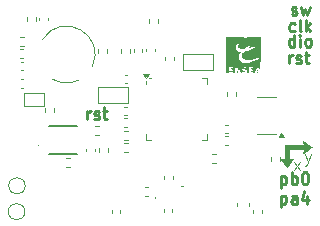
<source format=gbr>
%TF.GenerationSoftware,KiCad,Pcbnew,8.0.0*%
%TF.CreationDate,2024-06-09T10:51:48+02:00*%
%TF.ProjectId,projet s6,70726f6a-6574-4207-9336-2e6b69636164,rev?*%
%TF.SameCoordinates,Original*%
%TF.FileFunction,Legend,Top*%
%TF.FilePolarity,Positive*%
%FSLAX46Y46*%
G04 Gerber Fmt 4.6, Leading zero omitted, Abs format (unit mm)*
G04 Created by KiCad (PCBNEW 8.0.0) date 2024-06-09 10:51:48*
%MOMM*%
%LPD*%
G01*
G04 APERTURE LIST*
%ADD10C,0.250000*%
%ADD11C,0.100000*%
%ADD12C,0.120000*%
%ADD13C,0.000000*%
%ADD14C,0.152400*%
%ADD15C,0.050000*%
G04 APERTURE END LIST*
D10*
X204952568Y-81517952D02*
X204952568Y-82517952D01*
X204952568Y-81565571D02*
X205047806Y-81517952D01*
X205047806Y-81517952D02*
X205238282Y-81517952D01*
X205238282Y-81517952D02*
X205333520Y-81565571D01*
X205333520Y-81565571D02*
X205381139Y-81613190D01*
X205381139Y-81613190D02*
X205428758Y-81708428D01*
X205428758Y-81708428D02*
X205428758Y-81994142D01*
X205428758Y-81994142D02*
X205381139Y-82089380D01*
X205381139Y-82089380D02*
X205333520Y-82137000D01*
X205333520Y-82137000D02*
X205238282Y-82184619D01*
X205238282Y-82184619D02*
X205047806Y-82184619D01*
X205047806Y-82184619D02*
X204952568Y-82137000D01*
X206285901Y-82184619D02*
X206285901Y-81660809D01*
X206285901Y-81660809D02*
X206238282Y-81565571D01*
X206238282Y-81565571D02*
X206143044Y-81517952D01*
X206143044Y-81517952D02*
X205952568Y-81517952D01*
X205952568Y-81517952D02*
X205857330Y-81565571D01*
X206285901Y-82137000D02*
X206190663Y-82184619D01*
X206190663Y-82184619D02*
X205952568Y-82184619D01*
X205952568Y-82184619D02*
X205857330Y-82137000D01*
X205857330Y-82137000D02*
X205809711Y-82041761D01*
X205809711Y-82041761D02*
X205809711Y-81946523D01*
X205809711Y-81946523D02*
X205857330Y-81851285D01*
X205857330Y-81851285D02*
X205952568Y-81803666D01*
X205952568Y-81803666D02*
X206190663Y-81803666D01*
X206190663Y-81803666D02*
X206285901Y-81756047D01*
X207190663Y-81517952D02*
X207190663Y-82184619D01*
X206952568Y-81137000D02*
X206714473Y-81851285D01*
X206714473Y-81851285D02*
X207333520Y-81851285D01*
X205874949Y-66167000D02*
X205970187Y-66214619D01*
X205970187Y-66214619D02*
X206160663Y-66214619D01*
X206160663Y-66214619D02*
X206255901Y-66167000D01*
X206255901Y-66167000D02*
X206303520Y-66071761D01*
X206303520Y-66071761D02*
X206303520Y-66024142D01*
X206303520Y-66024142D02*
X206255901Y-65928904D01*
X206255901Y-65928904D02*
X206160663Y-65881285D01*
X206160663Y-65881285D02*
X206017806Y-65881285D01*
X206017806Y-65881285D02*
X205922568Y-65833666D01*
X205922568Y-65833666D02*
X205874949Y-65738428D01*
X205874949Y-65738428D02*
X205874949Y-65690809D01*
X205874949Y-65690809D02*
X205922568Y-65595571D01*
X205922568Y-65595571D02*
X206017806Y-65547952D01*
X206017806Y-65547952D02*
X206160663Y-65547952D01*
X206160663Y-65547952D02*
X206255901Y-65595571D01*
X206636854Y-65547952D02*
X206827330Y-66214619D01*
X206827330Y-66214619D02*
X207017806Y-65738428D01*
X207017806Y-65738428D02*
X207208282Y-66214619D01*
X207208282Y-66214619D02*
X207398758Y-65547952D01*
X204952568Y-79877952D02*
X204952568Y-80877952D01*
X204952568Y-79925571D02*
X205047806Y-79877952D01*
X205047806Y-79877952D02*
X205238282Y-79877952D01*
X205238282Y-79877952D02*
X205333520Y-79925571D01*
X205333520Y-79925571D02*
X205381139Y-79973190D01*
X205381139Y-79973190D02*
X205428758Y-80068428D01*
X205428758Y-80068428D02*
X205428758Y-80354142D01*
X205428758Y-80354142D02*
X205381139Y-80449380D01*
X205381139Y-80449380D02*
X205333520Y-80497000D01*
X205333520Y-80497000D02*
X205238282Y-80544619D01*
X205238282Y-80544619D02*
X205047806Y-80544619D01*
X205047806Y-80544619D02*
X204952568Y-80497000D01*
X205857330Y-80544619D02*
X205857330Y-79544619D01*
X205857330Y-79925571D02*
X205952568Y-79877952D01*
X205952568Y-79877952D02*
X206143044Y-79877952D01*
X206143044Y-79877952D02*
X206238282Y-79925571D01*
X206238282Y-79925571D02*
X206285901Y-79973190D01*
X206285901Y-79973190D02*
X206333520Y-80068428D01*
X206333520Y-80068428D02*
X206333520Y-80354142D01*
X206333520Y-80354142D02*
X206285901Y-80449380D01*
X206285901Y-80449380D02*
X206238282Y-80497000D01*
X206238282Y-80497000D02*
X206143044Y-80544619D01*
X206143044Y-80544619D02*
X205952568Y-80544619D01*
X205952568Y-80544619D02*
X205857330Y-80497000D01*
X206952568Y-79544619D02*
X207047806Y-79544619D01*
X207047806Y-79544619D02*
X207143044Y-79592238D01*
X207143044Y-79592238D02*
X207190663Y-79639857D01*
X207190663Y-79639857D02*
X207238282Y-79735095D01*
X207238282Y-79735095D02*
X207285901Y-79925571D01*
X207285901Y-79925571D02*
X207285901Y-80163666D01*
X207285901Y-80163666D02*
X207238282Y-80354142D01*
X207238282Y-80354142D02*
X207190663Y-80449380D01*
X207190663Y-80449380D02*
X207143044Y-80497000D01*
X207143044Y-80497000D02*
X207047806Y-80544619D01*
X207047806Y-80544619D02*
X206952568Y-80544619D01*
X206952568Y-80544619D02*
X206857330Y-80497000D01*
X206857330Y-80497000D02*
X206809711Y-80449380D01*
X206809711Y-80449380D02*
X206762092Y-80354142D01*
X206762092Y-80354142D02*
X206714473Y-80163666D01*
X206714473Y-80163666D02*
X206714473Y-79925571D01*
X206714473Y-79925571D02*
X206762092Y-79735095D01*
X206762092Y-79735095D02*
X206809711Y-79639857D01*
X206809711Y-79639857D02*
X206857330Y-79592238D01*
X206857330Y-79592238D02*
X206952568Y-79544619D01*
D11*
X206068646Y-79332419D02*
X206592455Y-78665752D01*
X206068646Y-78665752D02*
X206592455Y-79332419D01*
X207038646Y-77995752D02*
X207276741Y-78662419D01*
X207514836Y-77995752D02*
X207276741Y-78662419D01*
X207276741Y-78662419D02*
X207181503Y-78900514D01*
X207181503Y-78900514D02*
X207133884Y-78948133D01*
X207133884Y-78948133D02*
X207038646Y-78995752D01*
D10*
X188572568Y-75044619D02*
X188572568Y-74377952D01*
X188572568Y-74568428D02*
X188620187Y-74473190D01*
X188620187Y-74473190D02*
X188667806Y-74425571D01*
X188667806Y-74425571D02*
X188763044Y-74377952D01*
X188763044Y-74377952D02*
X188858282Y-74377952D01*
X189143997Y-74997000D02*
X189239235Y-75044619D01*
X189239235Y-75044619D02*
X189429711Y-75044619D01*
X189429711Y-75044619D02*
X189524949Y-74997000D01*
X189524949Y-74997000D02*
X189572568Y-74901761D01*
X189572568Y-74901761D02*
X189572568Y-74854142D01*
X189572568Y-74854142D02*
X189524949Y-74758904D01*
X189524949Y-74758904D02*
X189429711Y-74711285D01*
X189429711Y-74711285D02*
X189286854Y-74711285D01*
X189286854Y-74711285D02*
X189191616Y-74663666D01*
X189191616Y-74663666D02*
X189143997Y-74568428D01*
X189143997Y-74568428D02*
X189143997Y-74520809D01*
X189143997Y-74520809D02*
X189191616Y-74425571D01*
X189191616Y-74425571D02*
X189286854Y-74377952D01*
X189286854Y-74377952D02*
X189429711Y-74377952D01*
X189429711Y-74377952D02*
X189524949Y-74425571D01*
X189858283Y-74377952D02*
X190239235Y-74377952D01*
X190001140Y-74044619D02*
X190001140Y-74901761D01*
X190001140Y-74901761D02*
X190048759Y-74997000D01*
X190048759Y-74997000D02*
X190143997Y-75044619D01*
X190143997Y-75044619D02*
X190239235Y-75044619D01*
X206091139Y-68894619D02*
X206091139Y-67894619D01*
X206091139Y-68847000D02*
X205995901Y-68894619D01*
X205995901Y-68894619D02*
X205805425Y-68894619D01*
X205805425Y-68894619D02*
X205710187Y-68847000D01*
X205710187Y-68847000D02*
X205662568Y-68799380D01*
X205662568Y-68799380D02*
X205614949Y-68704142D01*
X205614949Y-68704142D02*
X205614949Y-68418428D01*
X205614949Y-68418428D02*
X205662568Y-68323190D01*
X205662568Y-68323190D02*
X205710187Y-68275571D01*
X205710187Y-68275571D02*
X205805425Y-68227952D01*
X205805425Y-68227952D02*
X205995901Y-68227952D01*
X205995901Y-68227952D02*
X206091139Y-68275571D01*
X206567330Y-68894619D02*
X206567330Y-68227952D01*
X206567330Y-67894619D02*
X206519711Y-67942238D01*
X206519711Y-67942238D02*
X206567330Y-67989857D01*
X206567330Y-67989857D02*
X206614949Y-67942238D01*
X206614949Y-67942238D02*
X206567330Y-67894619D01*
X206567330Y-67894619D02*
X206567330Y-67989857D01*
X207186377Y-68894619D02*
X207091139Y-68847000D01*
X207091139Y-68847000D02*
X207043520Y-68799380D01*
X207043520Y-68799380D02*
X206995901Y-68704142D01*
X206995901Y-68704142D02*
X206995901Y-68418428D01*
X206995901Y-68418428D02*
X207043520Y-68323190D01*
X207043520Y-68323190D02*
X207091139Y-68275571D01*
X207091139Y-68275571D02*
X207186377Y-68227952D01*
X207186377Y-68227952D02*
X207329234Y-68227952D01*
X207329234Y-68227952D02*
X207424472Y-68275571D01*
X207424472Y-68275571D02*
X207472091Y-68323190D01*
X207472091Y-68323190D02*
X207519710Y-68418428D01*
X207519710Y-68418428D02*
X207519710Y-68704142D01*
X207519710Y-68704142D02*
X207472091Y-68799380D01*
X207472091Y-68799380D02*
X207424472Y-68847000D01*
X207424472Y-68847000D02*
X207329234Y-68894619D01*
X207329234Y-68894619D02*
X207186377Y-68894619D01*
X205672568Y-70314619D02*
X205672568Y-69647952D01*
X205672568Y-69838428D02*
X205720187Y-69743190D01*
X205720187Y-69743190D02*
X205767806Y-69695571D01*
X205767806Y-69695571D02*
X205863044Y-69647952D01*
X205863044Y-69647952D02*
X205958282Y-69647952D01*
X206243997Y-70267000D02*
X206339235Y-70314619D01*
X206339235Y-70314619D02*
X206529711Y-70314619D01*
X206529711Y-70314619D02*
X206624949Y-70267000D01*
X206624949Y-70267000D02*
X206672568Y-70171761D01*
X206672568Y-70171761D02*
X206672568Y-70124142D01*
X206672568Y-70124142D02*
X206624949Y-70028904D01*
X206624949Y-70028904D02*
X206529711Y-69981285D01*
X206529711Y-69981285D02*
X206386854Y-69981285D01*
X206386854Y-69981285D02*
X206291616Y-69933666D01*
X206291616Y-69933666D02*
X206243997Y-69838428D01*
X206243997Y-69838428D02*
X206243997Y-69790809D01*
X206243997Y-69790809D02*
X206291616Y-69695571D01*
X206291616Y-69695571D02*
X206386854Y-69647952D01*
X206386854Y-69647952D02*
X206529711Y-69647952D01*
X206529711Y-69647952D02*
X206624949Y-69695571D01*
X206958283Y-69647952D02*
X207339235Y-69647952D01*
X207101140Y-69314619D02*
X207101140Y-70171761D01*
X207101140Y-70171761D02*
X207148759Y-70267000D01*
X207148759Y-70267000D02*
X207243997Y-70314619D01*
X207243997Y-70314619D02*
X207339235Y-70314619D01*
X206121139Y-67557000D02*
X206025901Y-67604619D01*
X206025901Y-67604619D02*
X205835425Y-67604619D01*
X205835425Y-67604619D02*
X205740187Y-67557000D01*
X205740187Y-67557000D02*
X205692568Y-67509380D01*
X205692568Y-67509380D02*
X205644949Y-67414142D01*
X205644949Y-67414142D02*
X205644949Y-67128428D01*
X205644949Y-67128428D02*
X205692568Y-67033190D01*
X205692568Y-67033190D02*
X205740187Y-66985571D01*
X205740187Y-66985571D02*
X205835425Y-66937952D01*
X205835425Y-66937952D02*
X206025901Y-66937952D01*
X206025901Y-66937952D02*
X206121139Y-66985571D01*
X206692568Y-67604619D02*
X206597330Y-67557000D01*
X206597330Y-67557000D02*
X206549711Y-67461761D01*
X206549711Y-67461761D02*
X206549711Y-66604619D01*
X207073521Y-67604619D02*
X207073521Y-66604619D01*
X207168759Y-67223666D02*
X207454473Y-67604619D01*
X207454473Y-66937952D02*
X207073521Y-67318904D01*
D11*
%TO.C,U3*%
X194255000Y-81667500D02*
X194255000Y-81727500D01*
D12*
%TO.C,C14*%
X190620000Y-82754165D02*
X190620000Y-82985835D01*
X191340000Y-82754165D02*
X191340000Y-82985835D01*
%TO.C,R9*%
X195020000Y-80147621D02*
X195020000Y-79812379D01*
X195780000Y-80147621D02*
X195780000Y-79812379D01*
%TO.C,R1*%
X189587621Y-75620000D02*
X189252379Y-75620000D01*
X189587621Y-76380000D02*
X189252379Y-76380000D01*
%TO.C,U1*%
X193520000Y-72025000D02*
X193520000Y-71790000D01*
X193520000Y-76770000D02*
X193520000Y-76295000D01*
X193995000Y-71550000D02*
X193820000Y-71550000D01*
X193995000Y-76770000D02*
X193520000Y-76770000D01*
X198265000Y-71550000D02*
X198740000Y-71550000D01*
X198265000Y-76770000D02*
X198740000Y-76770000D01*
X198740000Y-71550000D02*
X198740000Y-72025000D01*
X198740000Y-76770000D02*
X198740000Y-76295000D01*
X193520000Y-71550000D02*
X193280000Y-71220000D01*
X193760000Y-71220000D01*
X193520000Y-71550000D01*
G36*
X193520000Y-71550000D02*
G01*
X193280000Y-71220000D01*
X193760000Y-71220000D01*
X193520000Y-71550000D01*
G37*
%TO.C,TP5*%
X183310000Y-80680000D02*
G75*
G02*
X181910000Y-80680000I-700000J0D01*
G01*
X181910000Y-80680000D02*
G75*
G02*
X183310000Y-80680000I700000J0D01*
G01*
%TO.C,C3*%
X200465835Y-75530000D02*
X200234165Y-75530000D01*
X200465835Y-76250000D02*
X200234165Y-76250000D01*
%TO.C,R4*%
X204130000Y-78242379D02*
X204130000Y-78577621D01*
X204890000Y-78242379D02*
X204890000Y-78577621D01*
%TO.C,R15*%
X193800000Y-66887621D02*
X193800000Y-66552379D01*
X194560000Y-66887621D02*
X194560000Y-66552379D01*
%TO.C,R7*%
X192000121Y-77070000D02*
X191664879Y-77070000D01*
X192000121Y-77830000D02*
X191664879Y-77830000D01*
%TO.C,C15*%
X193705835Y-80800000D02*
X193474165Y-80800000D01*
X193705835Y-81520000D02*
X193474165Y-81520000D01*
%TO.C,U4*%
X203700000Y-73170000D02*
X202900000Y-73170000D01*
X203700000Y-73170000D02*
X204500000Y-73170000D01*
X203700000Y-76290000D02*
X202900000Y-76290000D01*
X203700000Y-76290000D02*
X204500000Y-76290000D01*
X205240000Y-76570000D02*
X204760000Y-76570000D01*
X205000000Y-76240000D01*
X205240000Y-76570000D01*
G36*
X205240000Y-76570000D02*
G01*
X204760000Y-76570000D01*
X205000000Y-76240000D01*
X205240000Y-76570000D01*
G37*
D11*
%TO.C,IC1*%
X196540000Y-80710000D02*
X196540000Y-80710000D01*
X196640000Y-80710000D02*
X196640000Y-80710000D01*
X196540000Y-80710000D02*
G75*
G02*
X196640000Y-80710000I50000J0D01*
G01*
X196640000Y-80710000D02*
G75*
G02*
X196540000Y-80710000I-50000J0D01*
G01*
D12*
%TO.C,R8*%
X199114879Y-78020000D02*
X199450121Y-78020000D01*
X199114879Y-78780000D02*
X199450121Y-78780000D01*
D11*
%TO.C,D1*%
X184480000Y-77245000D02*
G75*
G02*
X184380000Y-77245000I-50000J0D01*
G01*
X184380000Y-77245000D02*
G75*
G02*
X184480000Y-77245000I50000J0D01*
G01*
D12*
%TO.C,C1*%
X188470000Y-77765835D02*
X188470000Y-77534165D01*
X189190000Y-77765835D02*
X189190000Y-77534165D01*
%TO.C,R6*%
X191634879Y-76060000D02*
X191970121Y-76060000D01*
X191634879Y-76820000D02*
X191970121Y-76820000D01*
%TO.C,C16*%
X192480000Y-69365835D02*
X192480000Y-69134165D01*
X193200000Y-69365835D02*
X193200000Y-69134165D01*
%TO.C,SW7*%
D11*
X196650000Y-69500000D02*
X199170000Y-69500000D01*
X199170000Y-70860000D01*
X196650000Y-70860000D01*
X196650000Y-69500000D01*
D12*
%TO.C,C9*%
X182924165Y-70200000D02*
X183155835Y-70200000D01*
X182924165Y-70920000D02*
X183155835Y-70920000D01*
%TO.C,C10*%
X182914165Y-71680000D02*
X183145835Y-71680000D01*
X182914165Y-72400000D02*
X183145835Y-72400000D01*
%TO.C,C12*%
X195030000Y-82674165D02*
X195030000Y-82905835D01*
X195750000Y-82674165D02*
X195750000Y-82905835D01*
%TO.C,R5*%
X200410000Y-73077621D02*
X200410000Y-72742379D01*
X201170000Y-73077621D02*
X201170000Y-72742379D01*
D13*
%TO.C,G\u002A\u002A\u002A*%
G36*
X206897512Y-76912563D02*
G01*
X206906005Y-76914541D01*
X206915090Y-76917642D01*
X206924896Y-76921927D01*
X206935554Y-76927455D01*
X206947195Y-76934286D01*
X206959949Y-76942479D01*
X206973947Y-76952096D01*
X206980920Y-76957071D01*
X206989052Y-76962938D01*
X206998471Y-76969742D01*
X207009108Y-76977430D01*
X207020893Y-76985954D01*
X207033758Y-76995264D01*
X207047633Y-77005310D01*
X207062451Y-77016041D01*
X207078143Y-77027408D01*
X207094639Y-77039361D01*
X207111871Y-77051850D01*
X207129771Y-77064824D01*
X207148268Y-77078235D01*
X207167296Y-77092032D01*
X207186784Y-77106166D01*
X207206664Y-77120585D01*
X207226867Y-77135241D01*
X207247325Y-77150084D01*
X207267969Y-77165062D01*
X207288729Y-77180128D01*
X207309538Y-77195230D01*
X207330325Y-77210319D01*
X207351024Y-77225344D01*
X207371564Y-77240256D01*
X207391877Y-77255006D01*
X207411895Y-77269542D01*
X207431548Y-77283815D01*
X207450767Y-77297775D01*
X207469485Y-77311373D01*
X207487631Y-77324558D01*
X207505138Y-77337280D01*
X207521937Y-77349489D01*
X207537958Y-77361136D01*
X207553133Y-77372170D01*
X207567393Y-77382542D01*
X207580670Y-77392201D01*
X207592895Y-77401099D01*
X207603998Y-77409184D01*
X207613911Y-77416407D01*
X207622566Y-77422717D01*
X207629894Y-77428066D01*
X207635825Y-77432403D01*
X207640291Y-77435678D01*
X207643223Y-77437841D01*
X207644552Y-77438842D01*
X207644623Y-77438902D01*
X207644313Y-77439321D01*
X207643149Y-77440379D01*
X207641098Y-77442102D01*
X207638126Y-77444516D01*
X207634202Y-77447647D01*
X207629291Y-77451518D01*
X207623360Y-77456157D01*
X207616376Y-77461588D01*
X207608307Y-77467836D01*
X207599119Y-77474928D01*
X207588779Y-77482888D01*
X207577253Y-77491742D01*
X207564509Y-77501515D01*
X207550513Y-77512233D01*
X207535233Y-77523921D01*
X207518635Y-77536605D01*
X207500686Y-77550309D01*
X207481353Y-77565060D01*
X207460603Y-77580883D01*
X207438402Y-77597803D01*
X207414718Y-77615845D01*
X207389517Y-77635035D01*
X207362767Y-77655399D01*
X207334434Y-77676961D01*
X207304484Y-77699748D01*
X207293869Y-77707823D01*
X207264358Y-77730270D01*
X207236460Y-77751487D01*
X207210132Y-77771506D01*
X207185331Y-77790359D01*
X207162013Y-77808080D01*
X207140135Y-77824701D01*
X207119654Y-77840254D01*
X207100526Y-77854773D01*
X207082708Y-77868290D01*
X207066157Y-77880838D01*
X207050830Y-77892449D01*
X207036682Y-77903156D01*
X207023671Y-77912991D01*
X207011753Y-77921988D01*
X207000886Y-77930179D01*
X206991025Y-77937597D01*
X206982128Y-77944274D01*
X206974150Y-77950243D01*
X206967050Y-77955536D01*
X206960783Y-77960187D01*
X206955306Y-77964228D01*
X206950575Y-77967692D01*
X206946549Y-77970610D01*
X206943182Y-77973017D01*
X206940432Y-77974945D01*
X206938255Y-77976425D01*
X206936609Y-77977492D01*
X206935449Y-77978177D01*
X206934870Y-77978462D01*
X206928154Y-77980997D01*
X206920078Y-77983660D01*
X206911338Y-77986242D01*
X206902628Y-77988532D01*
X206897604Y-77989702D01*
X206891012Y-77990856D01*
X206883531Y-77991695D01*
X206875718Y-77992196D01*
X206868132Y-77992340D01*
X206861331Y-77992107D01*
X206855872Y-77991476D01*
X206854779Y-77991254D01*
X206845839Y-77988365D01*
X206838444Y-77984108D01*
X206832500Y-77978400D01*
X206827911Y-77971157D01*
X206825630Y-77965646D01*
X206824679Y-77962313D01*
X206824078Y-77958567D01*
X206823772Y-77953859D01*
X206823700Y-77947641D01*
X206823701Y-77947416D01*
X206824048Y-77938270D01*
X206825081Y-77929484D01*
X206826915Y-77920348D01*
X206829666Y-77910156D01*
X206829858Y-77909511D01*
X206831040Y-77904978D01*
X206831919Y-77900518D01*
X206832316Y-77897047D01*
X206832322Y-77896865D01*
X206832783Y-77893437D01*
X206834050Y-77888174D01*
X206836095Y-77881150D01*
X206838891Y-77872440D01*
X206842410Y-77862118D01*
X206846624Y-77850259D01*
X206851507Y-77836936D01*
X206857029Y-77822224D01*
X206863164Y-77806197D01*
X206869884Y-77788930D01*
X206877161Y-77770498D01*
X206884968Y-77750973D01*
X206893276Y-77730431D01*
X206902059Y-77708946D01*
X206903420Y-77705637D01*
X206906195Y-77698868D01*
X206908688Y-77692738D01*
X206910795Y-77687510D01*
X206912410Y-77683444D01*
X206913429Y-77680802D01*
X206913750Y-77679854D01*
X206912717Y-77679815D01*
X206909660Y-77679776D01*
X206904634Y-77679737D01*
X206897698Y-77679700D01*
X206888909Y-77679663D01*
X206878325Y-77679627D01*
X206866004Y-77679592D01*
X206852003Y-77679558D01*
X206836380Y-77679524D01*
X206819193Y-77679492D01*
X206800499Y-77679461D01*
X206780355Y-77679432D01*
X206758821Y-77679403D01*
X206735952Y-77679376D01*
X206711808Y-77679351D01*
X206686445Y-77679327D01*
X206659921Y-77679304D01*
X206632294Y-77679283D01*
X206603622Y-77679264D01*
X206573962Y-77679246D01*
X206543372Y-77679230D01*
X206511909Y-77679216D01*
X206479631Y-77679204D01*
X206446597Y-77679194D01*
X206412862Y-77679186D01*
X206378486Y-77679181D01*
X206343526Y-77679177D01*
X206308039Y-77679176D01*
X206304375Y-77679176D01*
X205695000Y-77679176D01*
X205695000Y-77468229D01*
X205695000Y-77257283D01*
X206304375Y-77257283D01*
X206339912Y-77257282D01*
X206374929Y-77257278D01*
X206409368Y-77257272D01*
X206443170Y-77257264D01*
X206476279Y-77257254D01*
X206508637Y-77257241D01*
X206540186Y-77257226D01*
X206570868Y-77257210D01*
X206600627Y-77257191D01*
X206629403Y-77257171D01*
X206657139Y-77257149D01*
X206683779Y-77257125D01*
X206709263Y-77257099D01*
X206733535Y-77257072D01*
X206756537Y-77257043D01*
X206778211Y-77257013D01*
X206798500Y-77256981D01*
X206817345Y-77256948D01*
X206834690Y-77256914D01*
X206850476Y-77256879D01*
X206864645Y-77256842D01*
X206877141Y-77256805D01*
X206887906Y-77256767D01*
X206896881Y-77256727D01*
X206904010Y-77256687D01*
X206909234Y-77256646D01*
X206912496Y-77256605D01*
X206913739Y-77256562D01*
X206913750Y-77256558D01*
X206913454Y-77255487D01*
X206912593Y-77252545D01*
X206911203Y-77247855D01*
X206909320Y-77241541D01*
X206906983Y-77233725D01*
X206904228Y-77224531D01*
X206901091Y-77214083D01*
X206897611Y-77202502D01*
X206893823Y-77189913D01*
X206889766Y-77176439D01*
X206885475Y-77162203D01*
X206880988Y-77147329D01*
X206877838Y-77136896D01*
X206872284Y-77118500D01*
X206867298Y-77101978D01*
X206862850Y-77087206D01*
X206858909Y-77074063D01*
X206855445Y-77062425D01*
X206852427Y-77052172D01*
X206849824Y-77043181D01*
X206847606Y-77035328D01*
X206845741Y-77028493D01*
X206844200Y-77022553D01*
X206842951Y-77017385D01*
X206841964Y-77012867D01*
X206841208Y-77008878D01*
X206840652Y-77005294D01*
X206840266Y-77001993D01*
X206840019Y-76998854D01*
X206839880Y-76995753D01*
X206839819Y-76992569D01*
X206839804Y-76989180D01*
X206839806Y-76985462D01*
X206839806Y-76985397D01*
X206840365Y-76970387D01*
X206842039Y-76957033D01*
X206844816Y-76945356D01*
X206848686Y-76935374D01*
X206853635Y-76927109D01*
X206859654Y-76920581D01*
X206866730Y-76915811D01*
X206874851Y-76912819D01*
X206881774Y-76911741D01*
X206889478Y-76911650D01*
X206897512Y-76912563D01*
G37*
D14*
%TO.C,U2*%
X185353000Y-77977000D02*
X187707000Y-77977000D01*
X187707000Y-75623000D02*
X185353000Y-75623000D01*
D12*
%TO.C,R13*%
X182842379Y-68080000D02*
X183177621Y-68080000D01*
X182842379Y-68840000D02*
X183177621Y-68840000D01*
%TO.C,R10*%
X183480000Y-66372379D02*
X183480000Y-66707621D01*
X184240000Y-66372379D02*
X184240000Y-66707621D01*
%TO.C,R2*%
X189560000Y-77502379D02*
X189560000Y-77837621D01*
X190320000Y-77502379D02*
X190320000Y-77837621D01*
%TO.C,TP1*%
X183280000Y-82870000D02*
G75*
G02*
X181880000Y-82870000I-700000J0D01*
G01*
X181880000Y-82870000D02*
G75*
G02*
X183280000Y-82870000I700000J0D01*
G01*
%TO.C,R3*%
X187107621Y-78350000D02*
X186772379Y-78350000D01*
X187107621Y-79110000D02*
X186772379Y-79110000D01*
D11*
%TO.C,BT1*%
X184770001Y-68300000D02*
G75*
G02*
X188965302Y-70632624I2039999J-1270000D01*
G01*
X187863662Y-71727496D02*
G75*
G02*
X185560001Y-71619999I-1053662J2157496D01*
G01*
D12*
%TO.C,R11*%
X191440000Y-69072379D02*
X191440000Y-69407621D01*
X192200000Y-69072379D02*
X192200000Y-69407621D01*
%TO.C,C13*%
X201220000Y-82416267D02*
X201220000Y-82123733D01*
X202240000Y-82416267D02*
X202240000Y-82123733D01*
%TO.C,C4*%
X200465835Y-76480000D02*
X200234165Y-76480000D01*
X200465835Y-77200000D02*
X200234165Y-77200000D01*
%TO.C,R14*%
X184980000Y-74092379D02*
X184980000Y-74427621D01*
X185740000Y-74092379D02*
X185740000Y-74427621D01*
D13*
%TO.C,G\u002A\u002A\u002A*%
G36*
X202991832Y-70854542D02*
G01*
X203038457Y-70916513D01*
X203040306Y-70930112D01*
X203003333Y-70974419D01*
X202991832Y-70975725D01*
X202949292Y-70936269D01*
X202943359Y-70900154D01*
X202966858Y-70849981D01*
X202991832Y-70854542D01*
G37*
G36*
X203071894Y-71093522D02*
G01*
X203088779Y-71121145D01*
X203047211Y-71157274D01*
X202964735Y-71169618D01*
X202882263Y-71154231D01*
X202870649Y-71121145D01*
X202939019Y-71080424D01*
X202994693Y-71072671D01*
X203071894Y-71093522D01*
G37*
G36*
X201256646Y-70917105D02*
G01*
X201312440Y-71010729D01*
X201319504Y-71024198D01*
X201365796Y-71122380D01*
X201361019Y-71162068D01*
X201301006Y-71169612D01*
X201296512Y-71169618D01*
X201224780Y-71147302D01*
X201199423Y-71063604D01*
X201198321Y-71024198D01*
X201204994Y-70922010D01*
X201221066Y-70878786D01*
X201221313Y-70878778D01*
X201256646Y-70917105D01*
G37*
G36*
X201754898Y-68195413D02*
G01*
X201473624Y-68414544D01*
X201277073Y-68640403D01*
X201169704Y-68866982D01*
X201149848Y-69010626D01*
X201192834Y-69156197D01*
X201301049Y-69271970D01*
X201443378Y-69326637D01*
X201464924Y-69327633D01*
X201565369Y-69347726D01*
X201576260Y-69403310D01*
X201517186Y-69469908D01*
X201447273Y-69580868D01*
X201413432Y-69743347D01*
X201419712Y-69917358D01*
X201459120Y-70043509D01*
X201562084Y-70179665D01*
X201708309Y-70258234D01*
X201911784Y-70283264D01*
X202186495Y-70258801D01*
X202197446Y-70257117D01*
X202412548Y-70211658D01*
X202623414Y-70146476D01*
X202813221Y-70069670D01*
X202965143Y-69989339D01*
X203062355Y-69913584D01*
X203088032Y-69850501D01*
X203077555Y-69833458D01*
X203025631Y-69839649D01*
X202909872Y-69876097D01*
X202758588Y-69933630D01*
X202428986Y-70030698D01*
X202122230Y-70048260D01*
X201855824Y-69986448D01*
X201709327Y-69887417D01*
X201646612Y-69743723D01*
X201658321Y-69572260D01*
X201685401Y-69478774D01*
X201730952Y-69410311D01*
X201814458Y-69352390D01*
X201955405Y-69290530D01*
X202119313Y-69229667D01*
X202309860Y-69153515D01*
X202490568Y-69068676D01*
X202642625Y-68985650D01*
X202747223Y-68914937D01*
X202785549Y-68867036D01*
X202782311Y-68859587D01*
X202727893Y-68863418D01*
X202615475Y-68900187D01*
X202529203Y-68935797D01*
X202348941Y-69007682D01*
X202237085Y-69035461D01*
X202199001Y-69019554D01*
X202240055Y-68960375D01*
X202288970Y-68917113D01*
X202379154Y-68834812D01*
X202392492Y-68801629D01*
X202335245Y-68816760D01*
X202213672Y-68879404D01*
X202111828Y-68939847D01*
X201851913Y-69057591D01*
X201607822Y-69080432D01*
X201414605Y-69027132D01*
X201326244Y-68970263D01*
X201306334Y-68889068D01*
X201316322Y-68822453D01*
X201388191Y-68660705D01*
X201534372Y-68481170D01*
X201738922Y-68301448D01*
X201874319Y-68206446D01*
X201971599Y-68146936D01*
X202059303Y-68107365D01*
X202160391Y-68083678D01*
X202297822Y-68071819D01*
X202494553Y-68067735D01*
X202662009Y-68067328D01*
X203234199Y-68067328D01*
X203231563Y-69582118D01*
X203230685Y-70003836D01*
X203229305Y-70337140D01*
X203226857Y-70590563D01*
X203222775Y-70772637D01*
X203216493Y-70891897D01*
X203207445Y-70956874D01*
X203195064Y-70976101D01*
X203178786Y-70958111D01*
X203158043Y-70911437D01*
X203145512Y-70879207D01*
X203068494Y-70717673D01*
X202996153Y-70652304D01*
X202925689Y-70683288D01*
X202854297Y-70810815D01*
X202820661Y-70901102D01*
X202761806Y-71045240D01*
X202703135Y-71142703D01*
X202666718Y-71169618D01*
X202608909Y-71141889D01*
X202604046Y-71124516D01*
X202562831Y-71083415D01*
X202494981Y-71063924D01*
X202409737Y-71033494D01*
X202385916Y-70999961D01*
X202427144Y-70956220D01*
X202494981Y-70935998D01*
X202587564Y-70903096D01*
X202593379Y-70860079D01*
X202515984Y-70832049D01*
X202480002Y-70830305D01*
X202397530Y-70814918D01*
X202385916Y-70781832D01*
X202454286Y-70741111D01*
X202509960Y-70733358D01*
X202587161Y-70712508D01*
X202604046Y-70684885D01*
X202561434Y-70652846D01*
X202456655Y-70636830D01*
X202434390Y-70636412D01*
X202264733Y-70636412D01*
X202264733Y-70903015D01*
X202261601Y-71055694D01*
X202244991Y-71135192D01*
X202204080Y-71165237D01*
X202143139Y-71169618D01*
X202059060Y-71160959D01*
X202055750Y-71117623D01*
X202082548Y-71069719D01*
X202116635Y-70983994D01*
X202074738Y-70919824D01*
X202049457Y-70900063D01*
X201950579Y-70845000D01*
X201891919Y-70830305D01*
X201833648Y-70797531D01*
X201828474Y-70776181D01*
X201869076Y-70742426D01*
X201951578Y-70745589D01*
X202041834Y-70747203D01*
X202056846Y-70714885D01*
X201995689Y-70661625D01*
X201888742Y-70644881D01*
X201781611Y-70668823D01*
X201753096Y-70687099D01*
X201687828Y-70782227D01*
X201715658Y-70871858D01*
X201828474Y-70942089D01*
X201940542Y-70999432D01*
X201968503Y-71045190D01*
X201913020Y-71064736D01*
X201823360Y-71054683D01*
X201721835Y-71042332D01*
X201693186Y-71067390D01*
X201700655Y-71097097D01*
X201692428Y-71157129D01*
X201635592Y-71169618D01*
X201579103Y-71154035D01*
X201547408Y-71092161D01*
X201530775Y-70961309D01*
X201528049Y-70918943D01*
X201507800Y-70775478D01*
X201473171Y-70676867D01*
X201434950Y-70635171D01*
X201403928Y-70662449D01*
X201390924Y-70765674D01*
X201389634Y-70903015D01*
X201306231Y-70768467D01*
X201217587Y-70662547D01*
X201144859Y-70650362D01*
X201092176Y-70729420D01*
X201063667Y-70897228D01*
X201062486Y-70915587D01*
X201044007Y-71077697D01*
X201009651Y-71156660D01*
X200977658Y-71169618D01*
X200914794Y-71142625D01*
X200907481Y-71121145D01*
X200865999Y-71084706D01*
X200786298Y-71072671D01*
X200688833Y-71047389D01*
X200665115Y-70999961D01*
X200707253Y-70941482D01*
X200786298Y-70927251D01*
X200877394Y-70910658D01*
X200907481Y-70878778D01*
X200865999Y-70842340D01*
X200786298Y-70830305D01*
X200695202Y-70813712D01*
X200665115Y-70781832D01*
X200706597Y-70745393D01*
X200786298Y-70733358D01*
X200877394Y-70716765D01*
X200907481Y-70684885D01*
X200864869Y-70652846D01*
X200760090Y-70636830D01*
X200737825Y-70636412D01*
X200568168Y-70636412D01*
X200568168Y-70903015D01*
X200565726Y-71055427D01*
X200549724Y-71134757D01*
X200507144Y-71164867D01*
X200424972Y-71169618D01*
X200422748Y-71169618D01*
X200277329Y-71169618D01*
X200277329Y-69618473D01*
X200277329Y-68067328D01*
X201112627Y-68067328D01*
X201947925Y-68067328D01*
X201754898Y-68195413D01*
G37*
D12*
%TO.C,R12*%
X189510000Y-69417621D02*
X189510000Y-69082379D01*
X190270000Y-69417621D02*
X190270000Y-69082379D01*
%TO.C,C2*%
X191676665Y-73990000D02*
X191908335Y-73990000D01*
X191676665Y-74710000D02*
X191908335Y-74710000D01*
%TO.C,C17*%
X184480000Y-66665835D02*
X184480000Y-66434165D01*
X185200000Y-66665835D02*
X185200000Y-66434165D01*
%TO.C,C6*%
X193570000Y-69074165D02*
X193570000Y-69305835D01*
X194290000Y-69074165D02*
X194290000Y-69305835D01*
%TO.C,Q1*%
D15*
X183237500Y-73947500D02*
X184857500Y-73947500D01*
X184857500Y-72827500D01*
X183237500Y-72827500D01*
X183237500Y-73947500D01*
D12*
%TO.C,C5*%
X191684165Y-74950000D02*
X191915835Y-74950000D01*
X191684165Y-75670000D02*
X191915835Y-75670000D01*
%TO.C,C7*%
X191724165Y-71280000D02*
X191955835Y-71280000D01*
X191724165Y-72000000D02*
X191955835Y-72000000D01*
%TO.C,SW5*%
D11*
X189495000Y-72325000D02*
X192015000Y-72325000D01*
X192015000Y-73685000D01*
X189495000Y-73685000D01*
X189495000Y-72325000D01*
D12*
%TO.C,C8*%
X182904165Y-69100000D02*
X183135835Y-69100000D01*
X182904165Y-69820000D02*
X183135835Y-69820000D01*
%TO.C,C18*%
X195160000Y-69794165D02*
X195160000Y-70025835D01*
X195880000Y-69794165D02*
X195880000Y-70025835D01*
D13*
%TO.C,G\u002A\u002A\u002A*%
G36*
X205692717Y-77864375D02*
G01*
X205692718Y-77899912D01*
X205692722Y-77934929D01*
X205692728Y-77969368D01*
X205692736Y-78003170D01*
X205692746Y-78036279D01*
X205692759Y-78068637D01*
X205692774Y-78100186D01*
X205692790Y-78130868D01*
X205692809Y-78160627D01*
X205692829Y-78189403D01*
X205692851Y-78217139D01*
X205692875Y-78243779D01*
X205692901Y-78269263D01*
X205692928Y-78293535D01*
X205692957Y-78316537D01*
X205692987Y-78338211D01*
X205693019Y-78358500D01*
X205693052Y-78377345D01*
X205693086Y-78394690D01*
X205693121Y-78410476D01*
X205693158Y-78424645D01*
X205693195Y-78437141D01*
X205693233Y-78447906D01*
X205693273Y-78456881D01*
X205693313Y-78464010D01*
X205693354Y-78469234D01*
X205693395Y-78472496D01*
X205693438Y-78473739D01*
X205693442Y-78473750D01*
X205694513Y-78473454D01*
X205697455Y-78472593D01*
X205702145Y-78471203D01*
X205708459Y-78469320D01*
X205716275Y-78466983D01*
X205725469Y-78464228D01*
X205735917Y-78461091D01*
X205747498Y-78457611D01*
X205760087Y-78453823D01*
X205773561Y-78449766D01*
X205787797Y-78445475D01*
X205802671Y-78440988D01*
X205813104Y-78437838D01*
X205831500Y-78432284D01*
X205848022Y-78427298D01*
X205862794Y-78422850D01*
X205875937Y-78418909D01*
X205887575Y-78415445D01*
X205897828Y-78412427D01*
X205906819Y-78409824D01*
X205914672Y-78407606D01*
X205921507Y-78405741D01*
X205927447Y-78404200D01*
X205932615Y-78402951D01*
X205937133Y-78401964D01*
X205941122Y-78401208D01*
X205944706Y-78400652D01*
X205948007Y-78400266D01*
X205951146Y-78400019D01*
X205954247Y-78399880D01*
X205957431Y-78399819D01*
X205960820Y-78399804D01*
X205964538Y-78399806D01*
X205964603Y-78399806D01*
X205979613Y-78400365D01*
X205992967Y-78402039D01*
X206004644Y-78404816D01*
X206014626Y-78408686D01*
X206022891Y-78413635D01*
X206029419Y-78419654D01*
X206034189Y-78426730D01*
X206037181Y-78434851D01*
X206038259Y-78441774D01*
X206038350Y-78449478D01*
X206037437Y-78457512D01*
X206035459Y-78466005D01*
X206032358Y-78475090D01*
X206028073Y-78484896D01*
X206022545Y-78495554D01*
X206015714Y-78507195D01*
X206007521Y-78519949D01*
X205997904Y-78533947D01*
X205992929Y-78540920D01*
X205987062Y-78549052D01*
X205980258Y-78558471D01*
X205972570Y-78569108D01*
X205964046Y-78580893D01*
X205954736Y-78593758D01*
X205944690Y-78607633D01*
X205933959Y-78622451D01*
X205922592Y-78638143D01*
X205910639Y-78654639D01*
X205898150Y-78671871D01*
X205885176Y-78689771D01*
X205871765Y-78708268D01*
X205857968Y-78727296D01*
X205843834Y-78746784D01*
X205829415Y-78766664D01*
X205814759Y-78786867D01*
X205799916Y-78807325D01*
X205784938Y-78827969D01*
X205769872Y-78848729D01*
X205754770Y-78869538D01*
X205739681Y-78890325D01*
X205724656Y-78911024D01*
X205709744Y-78931564D01*
X205694994Y-78951877D01*
X205680458Y-78971895D01*
X205666185Y-78991548D01*
X205652225Y-79010767D01*
X205638627Y-79029485D01*
X205625442Y-79047631D01*
X205612720Y-79065138D01*
X205600511Y-79081937D01*
X205588864Y-79097958D01*
X205577830Y-79113133D01*
X205567458Y-79127393D01*
X205557799Y-79140670D01*
X205548901Y-79152895D01*
X205540816Y-79163998D01*
X205533593Y-79173911D01*
X205527283Y-79182566D01*
X205521934Y-79189894D01*
X205517597Y-79195825D01*
X205514322Y-79200291D01*
X205512159Y-79203223D01*
X205511158Y-79204552D01*
X205511098Y-79204623D01*
X205510679Y-79204313D01*
X205509621Y-79203149D01*
X205507898Y-79201098D01*
X205505484Y-79198126D01*
X205502353Y-79194202D01*
X205498482Y-79189291D01*
X205493843Y-79183360D01*
X205488412Y-79176376D01*
X205482164Y-79168307D01*
X205475072Y-79159119D01*
X205467112Y-79148779D01*
X205458258Y-79137253D01*
X205448485Y-79124509D01*
X205437767Y-79110513D01*
X205426079Y-79095233D01*
X205413395Y-79078635D01*
X205399691Y-79060686D01*
X205384940Y-79041353D01*
X205369117Y-79020603D01*
X205352197Y-78998402D01*
X205334155Y-78974718D01*
X205314965Y-78949517D01*
X205294601Y-78922767D01*
X205273039Y-78894434D01*
X205250252Y-78864484D01*
X205242177Y-78853869D01*
X205219730Y-78824358D01*
X205198513Y-78796460D01*
X205178494Y-78770132D01*
X205159641Y-78745331D01*
X205141920Y-78722013D01*
X205125299Y-78700135D01*
X205109746Y-78679654D01*
X205095227Y-78660526D01*
X205081710Y-78642708D01*
X205069162Y-78626157D01*
X205057551Y-78610830D01*
X205046844Y-78596682D01*
X205037009Y-78583671D01*
X205028012Y-78571753D01*
X205019821Y-78560886D01*
X205012403Y-78551025D01*
X205005726Y-78542128D01*
X204999757Y-78534150D01*
X204994464Y-78527050D01*
X204989813Y-78520783D01*
X204985772Y-78515306D01*
X204982308Y-78510575D01*
X204979390Y-78506549D01*
X204976983Y-78503182D01*
X204975055Y-78500432D01*
X204973575Y-78498255D01*
X204972508Y-78496609D01*
X204971823Y-78495449D01*
X204971538Y-78494870D01*
X204969003Y-78488154D01*
X204966340Y-78480078D01*
X204963758Y-78471338D01*
X204961468Y-78462628D01*
X204960298Y-78457604D01*
X204959144Y-78451012D01*
X204958305Y-78443531D01*
X204957804Y-78435718D01*
X204957660Y-78428132D01*
X204957893Y-78421331D01*
X204958524Y-78415872D01*
X204958746Y-78414779D01*
X204961635Y-78405839D01*
X204965892Y-78398444D01*
X204971600Y-78392500D01*
X204978843Y-78387911D01*
X204984354Y-78385630D01*
X204987687Y-78384679D01*
X204991433Y-78384078D01*
X204996141Y-78383772D01*
X205002359Y-78383700D01*
X205002584Y-78383701D01*
X205011730Y-78384048D01*
X205020516Y-78385081D01*
X205029652Y-78386915D01*
X205039844Y-78389666D01*
X205040489Y-78389858D01*
X205045022Y-78391040D01*
X205049482Y-78391919D01*
X205052953Y-78392316D01*
X205053135Y-78392322D01*
X205056563Y-78392783D01*
X205061826Y-78394050D01*
X205068850Y-78396095D01*
X205077560Y-78398891D01*
X205087882Y-78402410D01*
X205099741Y-78406624D01*
X205113064Y-78411507D01*
X205127776Y-78417029D01*
X205143803Y-78423164D01*
X205161070Y-78429884D01*
X205179502Y-78437161D01*
X205199027Y-78444968D01*
X205219569Y-78453276D01*
X205241054Y-78462059D01*
X205244363Y-78463420D01*
X205251132Y-78466195D01*
X205257262Y-78468688D01*
X205262490Y-78470795D01*
X205266556Y-78472410D01*
X205269198Y-78473429D01*
X205270146Y-78473750D01*
X205270185Y-78472717D01*
X205270224Y-78469660D01*
X205270263Y-78464634D01*
X205270300Y-78457698D01*
X205270337Y-78448909D01*
X205270373Y-78438325D01*
X205270408Y-78426004D01*
X205270442Y-78412003D01*
X205270476Y-78396380D01*
X205270508Y-78379193D01*
X205270539Y-78360499D01*
X205270568Y-78340355D01*
X205270597Y-78318821D01*
X205270624Y-78295952D01*
X205270649Y-78271808D01*
X205270673Y-78246445D01*
X205270696Y-78219921D01*
X205270717Y-78192294D01*
X205270736Y-78163622D01*
X205270754Y-78133962D01*
X205270770Y-78103372D01*
X205270784Y-78071909D01*
X205270796Y-78039631D01*
X205270806Y-78006597D01*
X205270814Y-77972862D01*
X205270819Y-77938486D01*
X205270823Y-77903526D01*
X205270824Y-77868039D01*
X205270824Y-77864375D01*
X205270824Y-77255000D01*
X205481771Y-77255000D01*
X205692717Y-77255000D01*
X205692717Y-77864375D01*
G37*
D12*
%TO.C,C11*%
X202610000Y-82724165D02*
X202610000Y-82955835D01*
X203330000Y-82724165D02*
X203330000Y-82955835D01*
%TD*%
M02*

</source>
